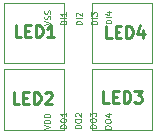
<source format=gto>
G04 (created by PCBNEW (2013-07-07 BZR 4022)-stable) date 11/12/2014 11:01:20 PM*
%MOIN*%
G04 Gerber Fmt 3.4, Leading zero omitted, Abs format*
%FSLAX34Y34*%
G01*
G70*
G90*
G04 APERTURE LIST*
%ADD10C,0.00590551*%
%ADD11C,0.00984252*%
%ADD12C,0.0019685*%
%ADD13C,0.00492126*%
G04 APERTURE END LIST*
G54D10*
G54D11*
X81368Y-54339D02*
X81180Y-54339D01*
X81180Y-53945D01*
X81499Y-54133D02*
X81630Y-54133D01*
X81687Y-54339D02*
X81499Y-54339D01*
X81499Y-53945D01*
X81687Y-53945D01*
X81855Y-54339D02*
X81855Y-53945D01*
X81949Y-53945D01*
X82005Y-53964D01*
X82043Y-54001D01*
X82062Y-54039D01*
X82080Y-54114D01*
X82080Y-54170D01*
X82062Y-54245D01*
X82043Y-54283D01*
X82005Y-54320D01*
X81949Y-54339D01*
X81855Y-54339D01*
X82418Y-54076D02*
X82418Y-54339D01*
X82324Y-53926D02*
X82230Y-54208D01*
X82474Y-54208D01*
X81284Y-56502D02*
X81096Y-56502D01*
X81096Y-56108D01*
X81415Y-56296D02*
X81546Y-56296D01*
X81603Y-56502D02*
X81415Y-56502D01*
X81415Y-56108D01*
X81603Y-56108D01*
X81771Y-56502D02*
X81771Y-56108D01*
X81865Y-56108D01*
X81921Y-56127D01*
X81959Y-56164D01*
X81978Y-56202D01*
X81996Y-56277D01*
X81996Y-56333D01*
X81978Y-56408D01*
X81959Y-56446D01*
X81921Y-56483D01*
X81865Y-56502D01*
X81771Y-56502D01*
X82128Y-56108D02*
X82371Y-56108D01*
X82240Y-56258D01*
X82296Y-56258D01*
X82334Y-56277D01*
X82353Y-56296D01*
X82371Y-56333D01*
X82371Y-56427D01*
X82353Y-56464D01*
X82334Y-56483D01*
X82296Y-56502D01*
X82184Y-56502D01*
X82146Y-56483D01*
X82128Y-56464D01*
X78288Y-56537D02*
X78100Y-56537D01*
X78100Y-56143D01*
X78419Y-56331D02*
X78550Y-56331D01*
X78607Y-56537D02*
X78419Y-56537D01*
X78419Y-56143D01*
X78607Y-56143D01*
X78775Y-56537D02*
X78775Y-56143D01*
X78869Y-56143D01*
X78925Y-56162D01*
X78963Y-56199D01*
X78982Y-56237D01*
X79000Y-56312D01*
X79000Y-56368D01*
X78982Y-56443D01*
X78963Y-56481D01*
X78925Y-56518D01*
X78869Y-56537D01*
X78775Y-56537D01*
X79150Y-56181D02*
X79169Y-56162D01*
X79207Y-56143D01*
X79300Y-56143D01*
X79338Y-56162D01*
X79357Y-56181D01*
X79375Y-56218D01*
X79375Y-56256D01*
X79357Y-56312D01*
X79132Y-56537D01*
X79375Y-56537D01*
X78359Y-54309D02*
X78171Y-54309D01*
X78171Y-53915D01*
X78490Y-54103D02*
X78621Y-54103D01*
X78678Y-54309D02*
X78490Y-54309D01*
X78490Y-53915D01*
X78678Y-53915D01*
X78846Y-54309D02*
X78846Y-53915D01*
X78940Y-53915D01*
X78996Y-53934D01*
X79034Y-53971D01*
X79053Y-54009D01*
X79071Y-54084D01*
X79071Y-54140D01*
X79053Y-54215D01*
X79034Y-54253D01*
X78996Y-54290D01*
X78940Y-54309D01*
X78846Y-54309D01*
X79446Y-54309D02*
X79221Y-54309D01*
X79334Y-54309D02*
X79334Y-53915D01*
X79296Y-53971D01*
X79259Y-54009D01*
X79221Y-54028D01*
G54D12*
X77781Y-53183D02*
X79788Y-53183D01*
X79788Y-53183D02*
X79788Y-55190D01*
X79788Y-55190D02*
X77781Y-55190D01*
X77781Y-55190D02*
X77781Y-53183D01*
X80702Y-53183D02*
X82710Y-53183D01*
X82710Y-53183D02*
X82710Y-55190D01*
X82710Y-55190D02*
X80702Y-55190D01*
X80702Y-55190D02*
X80702Y-53183D01*
X77781Y-55388D02*
X79788Y-55388D01*
X79788Y-55388D02*
X79788Y-57395D01*
X79788Y-57395D02*
X77781Y-57395D01*
X77781Y-57395D02*
X77781Y-55388D01*
X80702Y-55388D02*
X82710Y-55388D01*
X82710Y-55388D02*
X82710Y-57395D01*
X82710Y-57395D02*
X80702Y-57395D01*
X80702Y-57395D02*
X80702Y-55388D01*
G54D13*
X81337Y-57367D02*
X81140Y-57367D01*
X81140Y-57320D01*
X81150Y-57292D01*
X81168Y-57273D01*
X81187Y-57264D01*
X81225Y-57254D01*
X81253Y-57254D01*
X81290Y-57264D01*
X81309Y-57273D01*
X81328Y-57292D01*
X81337Y-57320D01*
X81337Y-57367D01*
X81140Y-57133D02*
X81140Y-57095D01*
X81150Y-57076D01*
X81168Y-57058D01*
X81206Y-57048D01*
X81272Y-57048D01*
X81309Y-57058D01*
X81328Y-57076D01*
X81337Y-57095D01*
X81337Y-57133D01*
X81328Y-57151D01*
X81309Y-57170D01*
X81272Y-57179D01*
X81206Y-57179D01*
X81168Y-57170D01*
X81150Y-57151D01*
X81140Y-57133D01*
X81206Y-56879D02*
X81337Y-56879D01*
X81131Y-56926D02*
X81272Y-56973D01*
X81272Y-56851D01*
X80843Y-57338D02*
X80646Y-57338D01*
X80646Y-57291D01*
X80656Y-57263D01*
X80674Y-57244D01*
X80693Y-57235D01*
X80731Y-57225D01*
X80759Y-57225D01*
X80796Y-57235D01*
X80815Y-57244D01*
X80834Y-57263D01*
X80843Y-57291D01*
X80843Y-57338D01*
X80646Y-57104D02*
X80646Y-57066D01*
X80656Y-57047D01*
X80674Y-57029D01*
X80712Y-57019D01*
X80778Y-57019D01*
X80815Y-57029D01*
X80834Y-57047D01*
X80843Y-57066D01*
X80843Y-57104D01*
X80834Y-57122D01*
X80815Y-57141D01*
X80778Y-57150D01*
X80712Y-57150D01*
X80674Y-57141D01*
X80656Y-57122D01*
X80646Y-57104D01*
X80646Y-56954D02*
X80646Y-56832D01*
X80721Y-56897D01*
X80721Y-56869D01*
X80731Y-56850D01*
X80740Y-56841D01*
X80759Y-56832D01*
X80806Y-56832D01*
X80824Y-56841D01*
X80834Y-56850D01*
X80843Y-56869D01*
X80843Y-56925D01*
X80834Y-56944D01*
X80824Y-56954D01*
X80344Y-57349D02*
X80147Y-57349D01*
X80147Y-57302D01*
X80157Y-57274D01*
X80175Y-57255D01*
X80194Y-57246D01*
X80232Y-57236D01*
X80260Y-57236D01*
X80297Y-57246D01*
X80316Y-57255D01*
X80335Y-57274D01*
X80344Y-57302D01*
X80344Y-57349D01*
X80147Y-57115D02*
X80147Y-57077D01*
X80157Y-57058D01*
X80175Y-57040D01*
X80213Y-57030D01*
X80279Y-57030D01*
X80316Y-57040D01*
X80335Y-57058D01*
X80344Y-57077D01*
X80344Y-57115D01*
X80335Y-57133D01*
X80316Y-57152D01*
X80279Y-57161D01*
X80213Y-57161D01*
X80175Y-57152D01*
X80157Y-57133D01*
X80147Y-57115D01*
X80166Y-56955D02*
X80157Y-56946D01*
X80147Y-56927D01*
X80147Y-56880D01*
X80157Y-56861D01*
X80166Y-56852D01*
X80185Y-56843D01*
X80204Y-56843D01*
X80232Y-56852D01*
X80344Y-56965D01*
X80344Y-56843D01*
X79853Y-57340D02*
X79656Y-57340D01*
X79656Y-57293D01*
X79666Y-57265D01*
X79684Y-57246D01*
X79703Y-57237D01*
X79741Y-57227D01*
X79769Y-57227D01*
X79806Y-57237D01*
X79825Y-57246D01*
X79844Y-57265D01*
X79853Y-57293D01*
X79853Y-57340D01*
X79656Y-57106D02*
X79656Y-57068D01*
X79666Y-57049D01*
X79684Y-57031D01*
X79722Y-57021D01*
X79788Y-57021D01*
X79825Y-57031D01*
X79844Y-57049D01*
X79853Y-57068D01*
X79853Y-57106D01*
X79844Y-57124D01*
X79825Y-57143D01*
X79788Y-57152D01*
X79722Y-57152D01*
X79684Y-57143D01*
X79666Y-57124D01*
X79656Y-57106D01*
X79853Y-56834D02*
X79853Y-56946D01*
X79853Y-56890D02*
X79656Y-56890D01*
X79684Y-56909D01*
X79703Y-56927D01*
X79713Y-56946D01*
X79859Y-53884D02*
X79662Y-53884D01*
X79662Y-53837D01*
X79672Y-53809D01*
X79690Y-53790D01*
X79709Y-53781D01*
X79747Y-53771D01*
X79775Y-53771D01*
X79812Y-53781D01*
X79831Y-53790D01*
X79850Y-53809D01*
X79859Y-53837D01*
X79859Y-53884D01*
X79859Y-53687D02*
X79662Y-53687D01*
X79859Y-53490D02*
X79859Y-53602D01*
X79859Y-53546D02*
X79662Y-53546D01*
X79690Y-53565D01*
X79709Y-53584D01*
X79719Y-53602D01*
X80372Y-53889D02*
X80175Y-53889D01*
X80175Y-53842D01*
X80185Y-53814D01*
X80203Y-53795D01*
X80222Y-53786D01*
X80260Y-53776D01*
X80288Y-53776D01*
X80325Y-53786D01*
X80344Y-53795D01*
X80363Y-53814D01*
X80372Y-53842D01*
X80372Y-53889D01*
X80372Y-53692D02*
X80175Y-53692D01*
X80194Y-53607D02*
X80185Y-53598D01*
X80175Y-53579D01*
X80175Y-53532D01*
X80185Y-53514D01*
X80194Y-53504D01*
X80213Y-53495D01*
X80232Y-53495D01*
X80260Y-53504D01*
X80372Y-53617D01*
X80372Y-53495D01*
X80878Y-53878D02*
X80681Y-53878D01*
X80681Y-53831D01*
X80691Y-53803D01*
X80709Y-53784D01*
X80728Y-53775D01*
X80766Y-53765D01*
X80794Y-53765D01*
X80831Y-53775D01*
X80850Y-53784D01*
X80869Y-53803D01*
X80878Y-53831D01*
X80878Y-53878D01*
X80878Y-53681D02*
X80681Y-53681D01*
X80681Y-53606D02*
X80681Y-53484D01*
X80756Y-53550D01*
X80756Y-53521D01*
X80766Y-53503D01*
X80775Y-53493D01*
X80794Y-53484D01*
X80841Y-53484D01*
X80859Y-53493D01*
X80869Y-53503D01*
X80878Y-53521D01*
X80878Y-53578D01*
X80869Y-53596D01*
X80859Y-53606D01*
X81361Y-53857D02*
X81164Y-53857D01*
X81164Y-53810D01*
X81174Y-53782D01*
X81192Y-53763D01*
X81211Y-53754D01*
X81249Y-53744D01*
X81277Y-53744D01*
X81314Y-53754D01*
X81333Y-53763D01*
X81352Y-53782D01*
X81361Y-53810D01*
X81361Y-53857D01*
X81361Y-53660D02*
X81164Y-53660D01*
X81230Y-53482D02*
X81361Y-53482D01*
X81155Y-53529D02*
X81296Y-53575D01*
X81296Y-53454D01*
X79120Y-57378D02*
X79317Y-57312D01*
X79120Y-57247D01*
X79317Y-57181D02*
X79120Y-57181D01*
X79120Y-57134D01*
X79130Y-57106D01*
X79148Y-57087D01*
X79167Y-57078D01*
X79205Y-57069D01*
X79233Y-57069D01*
X79270Y-57078D01*
X79289Y-57087D01*
X79308Y-57106D01*
X79317Y-57134D01*
X79317Y-57181D01*
X79317Y-56984D02*
X79120Y-56984D01*
X79120Y-56937D01*
X79130Y-56909D01*
X79148Y-56891D01*
X79167Y-56881D01*
X79205Y-56872D01*
X79233Y-56872D01*
X79270Y-56881D01*
X79289Y-56891D01*
X79308Y-56909D01*
X79317Y-56937D01*
X79317Y-56984D01*
X79128Y-53913D02*
X79325Y-53847D01*
X79128Y-53781D01*
X79316Y-53725D02*
X79325Y-53697D01*
X79325Y-53650D01*
X79316Y-53631D01*
X79306Y-53622D01*
X79288Y-53613D01*
X79269Y-53613D01*
X79250Y-53622D01*
X79241Y-53631D01*
X79231Y-53650D01*
X79222Y-53688D01*
X79213Y-53706D01*
X79203Y-53716D01*
X79185Y-53725D01*
X79166Y-53725D01*
X79147Y-53716D01*
X79138Y-53706D01*
X79128Y-53688D01*
X79128Y-53641D01*
X79138Y-53613D01*
X79316Y-53538D02*
X79325Y-53510D01*
X79325Y-53463D01*
X79316Y-53444D01*
X79306Y-53435D01*
X79288Y-53425D01*
X79269Y-53425D01*
X79250Y-53435D01*
X79241Y-53444D01*
X79231Y-53463D01*
X79222Y-53500D01*
X79213Y-53519D01*
X79203Y-53528D01*
X79185Y-53538D01*
X79166Y-53538D01*
X79147Y-53528D01*
X79138Y-53519D01*
X79128Y-53500D01*
X79128Y-53453D01*
X79138Y-53425D01*
M02*

</source>
